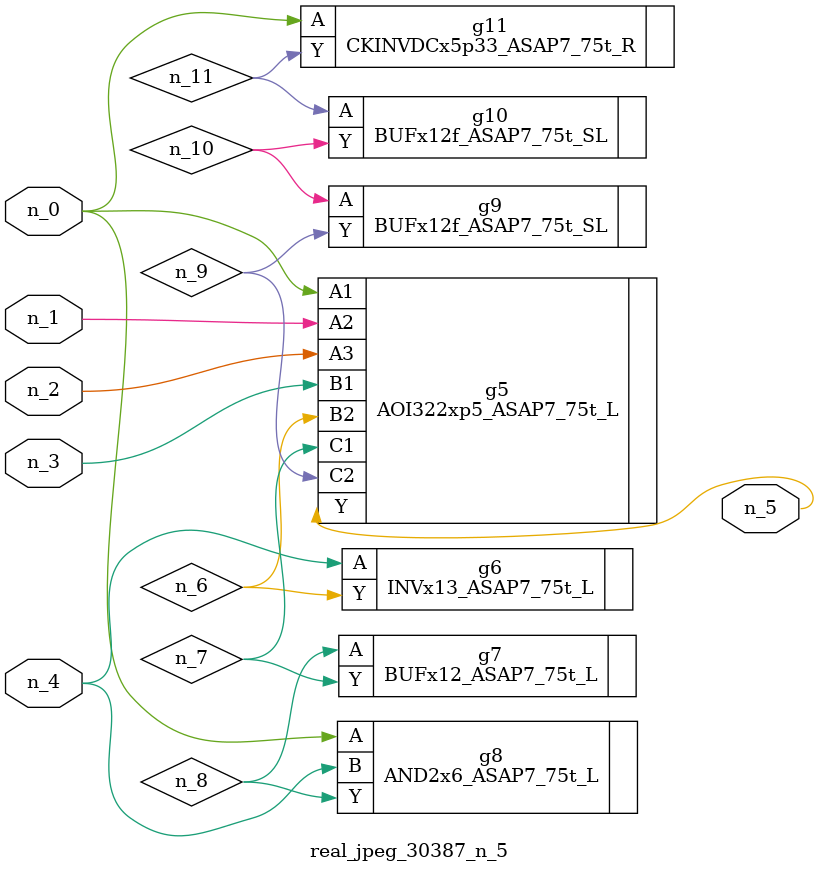
<source format=v>
module real_jpeg_30387_n_5 (n_4, n_0, n_1, n_2, n_3, n_5);

input n_4;
input n_0;
input n_1;
input n_2;
input n_3;

output n_5;

wire n_8;
wire n_11;
wire n_6;
wire n_7;
wire n_10;
wire n_9;

AOI322xp5_ASAP7_75t_L g5 ( 
.A1(n_0),
.A2(n_1),
.A3(n_2),
.B1(n_3),
.B2(n_6),
.C1(n_7),
.C2(n_9),
.Y(n_5)
);

AND2x6_ASAP7_75t_L g8 ( 
.A(n_0),
.B(n_4),
.Y(n_8)
);

CKINVDCx5p33_ASAP7_75t_R g11 ( 
.A(n_0),
.Y(n_11)
);

INVx13_ASAP7_75t_L g6 ( 
.A(n_4),
.Y(n_6)
);

BUFx12_ASAP7_75t_L g7 ( 
.A(n_8),
.Y(n_7)
);

BUFx12f_ASAP7_75t_SL g9 ( 
.A(n_10),
.Y(n_9)
);

BUFx12f_ASAP7_75t_SL g10 ( 
.A(n_11),
.Y(n_10)
);


endmodule
</source>
